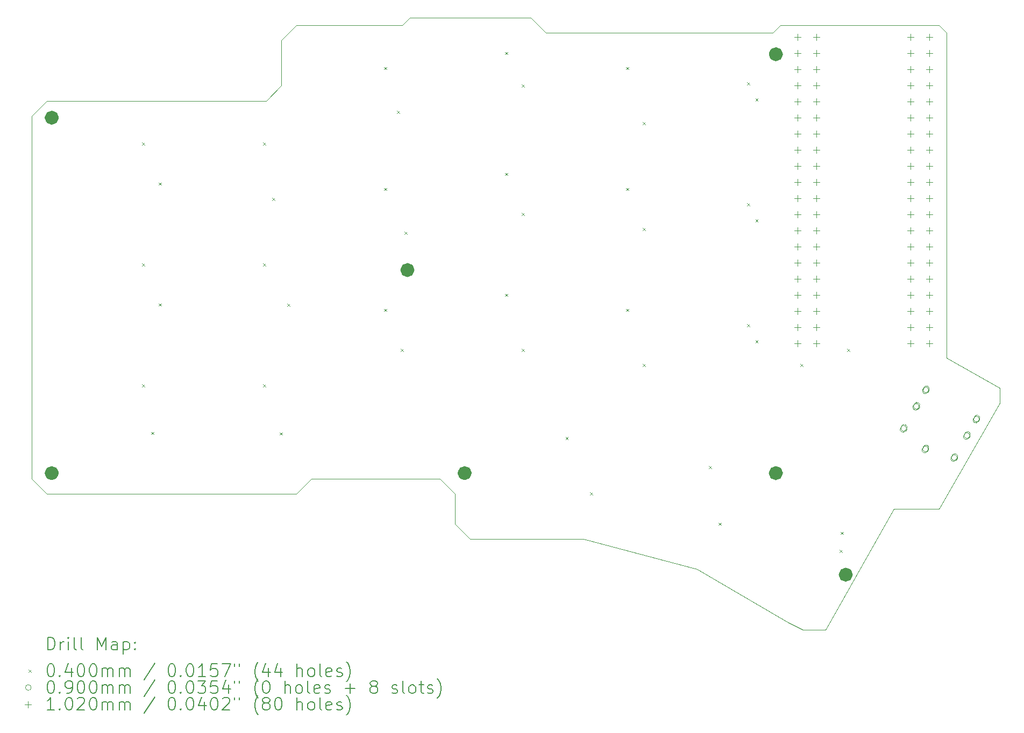
<source format=gbr>
%TF.GenerationSoftware,KiCad,Pcbnew,8.0.4*%
%TF.CreationDate,2024-09-23T05:23:03+03:00*%
%TF.ProjectId,muikku42,6d75696b-6b75-4343-922e-6b696361645f,rev?*%
%TF.SameCoordinates,Original*%
%TF.FileFunction,Drillmap*%
%TF.FilePolarity,Positive*%
%FSLAX45Y45*%
G04 Gerber Fmt 4.5, Leading zero omitted, Abs format (unit mm)*
G04 Created by KiCad (PCBNEW 8.0.4) date 2024-09-23 05:23:03*
%MOMM*%
%LPD*%
G01*
G04 APERTURE LIST*
%ADD10C,0.100000*%
%ADD11C,1.125000*%
%ADD12C,1.125001*%
%ADD13C,0.200000*%
%ADD14C,0.102000*%
G04 APERTURE END LIST*
D10*
X15478125Y-4762500D02*
X19050000Y-4762500D01*
X19169063Y-4643438D01*
X21669375Y-4643438D01*
X21788438Y-4762500D01*
X21788438Y-9882188D01*
X22621875Y-10358438D01*
X22621875Y-10596563D01*
X21669375Y-12263437D01*
X20955000Y-12263437D01*
X19883438Y-14168437D01*
X19526250Y-14168437D01*
X19288125Y-14049375D01*
X17859375Y-13215937D01*
X16073437Y-12739687D01*
X14287500Y-12739687D01*
X14049375Y-12501562D01*
X14049375Y-12025312D01*
X13811250Y-11787187D01*
X11787187Y-11787187D01*
X11549062Y-12025312D01*
X11310937Y-12025312D01*
X11191875Y-12025312D01*
X7620000Y-12025312D01*
X7381875Y-11787187D01*
X7381875Y-6072187D01*
X7620000Y-5834062D01*
X11072813Y-5834062D01*
X11310937Y-5595937D01*
X11310937Y-4881563D01*
X11549062Y-4643438D01*
X13215937Y-4643438D01*
X13335000Y-4524375D01*
X15240000Y-4524375D01*
X15478125Y-4762500D01*
D11*
X14256250Y-11700000D02*
G75*
G02*
X14143750Y-11700000I-56250J0D01*
G01*
X14143750Y-11700000D02*
G75*
G02*
X14256250Y-11700000I56250J0D01*
G01*
X20256250Y-13300000D02*
G75*
G02*
X20143750Y-13300000I-56250J0D01*
G01*
X20143750Y-13300000D02*
G75*
G02*
X20256250Y-13300000I56250J0D01*
G01*
X19156250Y-11700000D02*
G75*
G02*
X19043750Y-11700000I-56250J0D01*
G01*
X19043750Y-11700000D02*
G75*
G02*
X19156250Y-11700000I56250J0D01*
G01*
D12*
X7756250Y-11700000D02*
G75*
G02*
X7643750Y-11700000I-56250J0D01*
G01*
X7643750Y-11700000D02*
G75*
G02*
X7756250Y-11700000I56250J0D01*
G01*
D11*
X19156250Y-5100000D02*
G75*
G02*
X19043750Y-5100000I-56250J0D01*
G01*
X19043750Y-5100000D02*
G75*
G02*
X19156250Y-5100000I56250J0D01*
G01*
X7756250Y-6100000D02*
G75*
G02*
X7643750Y-6100000I-56250J0D01*
G01*
X7643750Y-6100000D02*
G75*
G02*
X7756250Y-6100000I56250J0D01*
G01*
X13356250Y-8500000D02*
G75*
G02*
X13243750Y-8500000I-56250J0D01*
G01*
X13243750Y-8500000D02*
G75*
G02*
X13356250Y-8500000I56250J0D01*
G01*
D13*
D10*
X9122500Y-6492687D02*
X9162500Y-6532687D01*
X9162500Y-6492687D02*
X9122500Y-6532687D01*
X9122500Y-8397688D02*
X9162500Y-8437688D01*
X9162500Y-8397688D02*
X9122500Y-8437688D01*
X9122500Y-10302688D02*
X9162500Y-10342688D01*
X9162500Y-10302688D02*
X9122500Y-10342688D01*
X9264125Y-11050063D02*
X9304125Y-11090063D01*
X9304125Y-11050063D02*
X9264125Y-11090063D01*
X9383188Y-7121000D02*
X9423188Y-7161000D01*
X9423188Y-7121000D02*
X9383188Y-7161000D01*
X9383188Y-9026000D02*
X9423188Y-9066000D01*
X9423188Y-9026000D02*
X9383188Y-9066000D01*
X11027500Y-6492687D02*
X11067500Y-6532687D01*
X11067500Y-6492687D02*
X11027500Y-6532687D01*
X11027500Y-8397688D02*
X11067500Y-8437688D01*
X11067500Y-8397688D02*
X11027500Y-8437688D01*
X11027500Y-10302688D02*
X11067500Y-10342688D01*
X11067500Y-10302688D02*
X11027500Y-10342688D01*
X11170821Y-7360821D02*
X11210821Y-7400821D01*
X11210821Y-7360821D02*
X11170821Y-7400821D01*
X11286562Y-11057188D02*
X11326562Y-11097188D01*
X11326562Y-11057188D02*
X11286562Y-11097188D01*
X11410000Y-9028750D02*
X11450000Y-9068750D01*
X11450000Y-9028750D02*
X11410000Y-9068750D01*
X12932500Y-5302063D02*
X12972500Y-5342063D01*
X12972500Y-5302063D02*
X12932500Y-5342063D01*
X12932500Y-7207062D02*
X12972500Y-7247062D01*
X12972500Y-7207062D02*
X12932500Y-7247062D01*
X12932500Y-9112063D02*
X12972500Y-9152063D01*
X12972500Y-9112063D02*
X12932500Y-9152063D01*
X13136406Y-5992656D02*
X13176406Y-6032656D01*
X13176406Y-5992656D02*
X13136406Y-6032656D01*
X13195937Y-9743125D02*
X13235937Y-9783125D01*
X13235937Y-9743125D02*
X13195937Y-9783125D01*
X13255469Y-7897656D02*
X13295469Y-7937656D01*
X13295469Y-7897656D02*
X13255469Y-7937656D01*
X14837500Y-5063938D02*
X14877500Y-5103938D01*
X14877500Y-5063938D02*
X14837500Y-5103938D01*
X14837500Y-6968937D02*
X14877500Y-7008937D01*
X14877500Y-6968937D02*
X14837500Y-7008937D01*
X14837500Y-8873938D02*
X14877500Y-8913938D01*
X14877500Y-8873938D02*
X14837500Y-8913938D01*
X15098187Y-9740375D02*
X15138187Y-9780375D01*
X15138187Y-9740375D02*
X15098187Y-9780375D01*
X15100937Y-5575938D02*
X15140937Y-5615937D01*
X15140937Y-5575938D02*
X15100937Y-5615937D01*
X15100937Y-7600000D02*
X15140937Y-7640000D01*
X15140937Y-7600000D02*
X15100937Y-7640000D01*
X15790000Y-11129375D02*
X15830000Y-11169375D01*
X15830000Y-11129375D02*
X15790000Y-11169375D01*
X16172500Y-12005312D02*
X16212500Y-12045312D01*
X16212500Y-12005312D02*
X16172500Y-12045312D01*
X16742500Y-5302063D02*
X16782500Y-5342063D01*
X16782500Y-5302063D02*
X16742500Y-5342063D01*
X16742500Y-7207062D02*
X16782500Y-7247062D01*
X16782500Y-7207062D02*
X16742500Y-7247062D01*
X16742500Y-9112063D02*
X16782500Y-9152063D01*
X16782500Y-9112063D02*
X16742500Y-9152063D01*
X17003188Y-6168500D02*
X17043188Y-6208500D01*
X17043188Y-6168500D02*
X17003188Y-6208500D01*
X17005938Y-7838125D02*
X17045938Y-7878125D01*
X17045938Y-7838125D02*
X17005938Y-7878125D01*
X17005938Y-9981250D02*
X17045938Y-10021250D01*
X17045938Y-9981250D02*
X17005938Y-10021250D01*
X18046218Y-11585785D02*
X18086218Y-11625785D01*
X18086218Y-11585785D02*
X18046218Y-11625785D01*
X18196563Y-12481562D02*
X18236563Y-12521562D01*
X18236563Y-12481562D02*
X18196563Y-12521562D01*
X18647500Y-5540188D02*
X18687500Y-5580188D01*
X18687500Y-5540188D02*
X18647500Y-5580188D01*
X18647500Y-7445187D02*
X18687500Y-7485187D01*
X18687500Y-7445187D02*
X18647500Y-7485187D01*
X18647500Y-9350188D02*
X18687500Y-9390188D01*
X18687500Y-9350188D02*
X18647500Y-9390188D01*
X18777500Y-5794187D02*
X18817500Y-5834187D01*
X18817500Y-5794187D02*
X18777500Y-5834187D01*
X18777500Y-7699187D02*
X18817500Y-7739187D01*
X18817500Y-7699187D02*
X18777500Y-7739187D01*
X18777500Y-9604188D02*
X18817500Y-9644188D01*
X18817500Y-9604188D02*
X18777500Y-9644188D01*
X19486146Y-9979687D02*
X19526146Y-10019687D01*
X19526146Y-9979687D02*
X19486146Y-10019687D01*
X20106468Y-12909378D02*
X20146468Y-12949378D01*
X20146468Y-12909378D02*
X20106468Y-12949378D01*
X20120885Y-12624407D02*
X20160885Y-12664407D01*
X20160885Y-12624407D02*
X20120885Y-12664407D01*
X20220625Y-9743125D02*
X20260625Y-9783125D01*
X20260625Y-9743125D02*
X20220625Y-9783125D01*
X21155814Y-10993564D02*
G75*
G02*
X21065814Y-10993564I-45000J0D01*
G01*
X21065814Y-10993564D02*
G75*
G02*
X21155814Y-10993564I45000J0D01*
G01*
X21139785Y-11033385D02*
X21159785Y-10998744D01*
X21081843Y-10953744D02*
G75*
G02*
X21159785Y-10998744I38971J-22500D01*
G01*
X21081843Y-10953744D02*
X21061843Y-10988385D01*
X21061843Y-10988385D02*
G75*
G03*
X21139785Y-11033385I38971J-22500D01*
G01*
X21355814Y-10647154D02*
G75*
G02*
X21265814Y-10647154I-45000J0D01*
G01*
X21265814Y-10647154D02*
G75*
G02*
X21355814Y-10647154I45000J0D01*
G01*
X21339785Y-10686974D02*
X21359785Y-10652333D01*
X21281843Y-10607333D02*
G75*
G02*
X21359785Y-10652333I38971J-22500D01*
G01*
X21281843Y-10607333D02*
X21261843Y-10641974D01*
X21261843Y-10641974D02*
G75*
G03*
X21339785Y-10686974I38971J-22500D01*
G01*
X21499186Y-11318827D02*
G75*
G02*
X21409186Y-11318827I-45000J0D01*
G01*
X21409186Y-11318827D02*
G75*
G02*
X21499186Y-11318827I45000J0D01*
G01*
X21425215Y-11279006D02*
X21405215Y-11313647D01*
X21483157Y-11358647D02*
G75*
G02*
X21405215Y-11313647I-38971J22500D01*
G01*
X21483157Y-11358647D02*
X21503157Y-11324006D01*
X21503157Y-11324006D02*
G75*
G03*
X21425215Y-11279006I-38971J22500D01*
G01*
X21499186Y-11318827D02*
G75*
G02*
X21409186Y-11318827I-45000J0D01*
G01*
X21409186Y-11318827D02*
G75*
G02*
X21499186Y-11318827I45000J0D01*
G01*
X21483157Y-11358647D02*
X21503157Y-11324006D01*
X21425215Y-11279006D02*
G75*
G02*
X21503157Y-11324006I38971J-22500D01*
G01*
X21425215Y-11279006D02*
X21405215Y-11313647D01*
X21405215Y-11313647D02*
G75*
G03*
X21483157Y-11358647I38971J-22500D01*
G01*
X21505814Y-10387346D02*
G75*
G02*
X21415814Y-10387346I-45000J0D01*
G01*
X21415814Y-10387346D02*
G75*
G02*
X21505814Y-10387346I45000J0D01*
G01*
X21489785Y-10427167D02*
X21509785Y-10392526D01*
X21431843Y-10347526D02*
G75*
G02*
X21509785Y-10392526I38971J-22500D01*
G01*
X21431843Y-10347526D02*
X21411843Y-10382167D01*
X21411843Y-10382167D02*
G75*
G03*
X21489785Y-10427167I38971J-22500D01*
G01*
X21952558Y-11453564D02*
G75*
G02*
X21862558Y-11453564I-45000J0D01*
G01*
X21862558Y-11453564D02*
G75*
G02*
X21952558Y-11453564I45000J0D01*
G01*
X21878586Y-11413744D02*
X21858586Y-11448385D01*
X21936529Y-11493385D02*
G75*
G02*
X21858586Y-11448385I-38971J22500D01*
G01*
X21936529Y-11493385D02*
X21956529Y-11458744D01*
X21956529Y-11458744D02*
G75*
G03*
X21878586Y-11413744I-38971J22500D01*
G01*
X22152557Y-11107154D02*
G75*
G02*
X22062557Y-11107154I-45000J0D01*
G01*
X22062557Y-11107154D02*
G75*
G02*
X22152557Y-11107154I45000J0D01*
G01*
X22078586Y-11067333D02*
X22058586Y-11101974D01*
X22136529Y-11146974D02*
G75*
G02*
X22058586Y-11101974I-38971J22500D01*
G01*
X22136529Y-11146974D02*
X22156529Y-11112333D01*
X22156529Y-11112333D02*
G75*
G03*
X22078586Y-11067333I-38971J22500D01*
G01*
X22302557Y-10847346D02*
G75*
G02*
X22212557Y-10847346I-45000J0D01*
G01*
X22212557Y-10847346D02*
G75*
G02*
X22302557Y-10847346I45000J0D01*
G01*
X22228586Y-10807526D02*
X22208586Y-10842167D01*
X22286529Y-10887167D02*
G75*
G02*
X22208586Y-10842167I-38971J22500D01*
G01*
X22286529Y-10887167D02*
X22306529Y-10852526D01*
X22306529Y-10852526D02*
G75*
G03*
X22228586Y-10807526I-38971J22500D01*
G01*
D14*
X19439750Y-4775000D02*
X19439750Y-4877000D01*
X19388750Y-4826000D02*
X19490750Y-4826000D01*
X19439750Y-5029000D02*
X19439750Y-5131000D01*
X19388750Y-5080000D02*
X19490750Y-5080000D01*
X19439750Y-5283000D02*
X19439750Y-5385000D01*
X19388750Y-5334000D02*
X19490750Y-5334000D01*
X19439750Y-5537000D02*
X19439750Y-5639000D01*
X19388750Y-5588000D02*
X19490750Y-5588000D01*
X19439750Y-5791000D02*
X19439750Y-5893000D01*
X19388750Y-5842000D02*
X19490750Y-5842000D01*
X19439750Y-6045000D02*
X19439750Y-6147000D01*
X19388750Y-6096000D02*
X19490750Y-6096000D01*
X19439750Y-6299000D02*
X19439750Y-6401000D01*
X19388750Y-6350000D02*
X19490750Y-6350000D01*
X19439750Y-6553000D02*
X19439750Y-6655000D01*
X19388750Y-6604000D02*
X19490750Y-6604000D01*
X19439750Y-6807000D02*
X19439750Y-6909000D01*
X19388750Y-6858000D02*
X19490750Y-6858000D01*
X19439750Y-7061000D02*
X19439750Y-7163000D01*
X19388750Y-7112000D02*
X19490750Y-7112000D01*
X19439750Y-7315000D02*
X19439750Y-7417000D01*
X19388750Y-7366000D02*
X19490750Y-7366000D01*
X19439750Y-7569000D02*
X19439750Y-7671000D01*
X19388750Y-7620000D02*
X19490750Y-7620000D01*
X19439750Y-7823000D02*
X19439750Y-7925000D01*
X19388750Y-7874000D02*
X19490750Y-7874000D01*
X19439750Y-8077000D02*
X19439750Y-8179000D01*
X19388750Y-8128000D02*
X19490750Y-8128000D01*
X19439750Y-8331000D02*
X19439750Y-8433000D01*
X19388750Y-8382000D02*
X19490750Y-8382000D01*
X19439750Y-8585000D02*
X19439750Y-8687000D01*
X19388750Y-8636000D02*
X19490750Y-8636000D01*
X19439750Y-8839000D02*
X19439750Y-8941000D01*
X19388750Y-8890000D02*
X19490750Y-8890000D01*
X19439750Y-9093000D02*
X19439750Y-9195000D01*
X19388750Y-9144000D02*
X19490750Y-9144000D01*
X19439750Y-9347000D02*
X19439750Y-9449000D01*
X19388750Y-9398000D02*
X19490750Y-9398000D01*
X19439750Y-9601000D02*
X19439750Y-9703000D01*
X19388750Y-9652000D02*
X19490750Y-9652000D01*
X19739750Y-4775000D02*
X19739750Y-4877000D01*
X19688750Y-4826000D02*
X19790750Y-4826000D01*
X19739750Y-5029000D02*
X19739750Y-5131000D01*
X19688750Y-5080000D02*
X19790750Y-5080000D01*
X19739750Y-5283000D02*
X19739750Y-5385000D01*
X19688750Y-5334000D02*
X19790750Y-5334000D01*
X19739750Y-5537000D02*
X19739750Y-5639000D01*
X19688750Y-5588000D02*
X19790750Y-5588000D01*
X19739750Y-5791000D02*
X19739750Y-5893000D01*
X19688750Y-5842000D02*
X19790750Y-5842000D01*
X19739750Y-6045000D02*
X19739750Y-6147000D01*
X19688750Y-6096000D02*
X19790750Y-6096000D01*
X19739750Y-6299000D02*
X19739750Y-6401000D01*
X19688750Y-6350000D02*
X19790750Y-6350000D01*
X19739750Y-6553000D02*
X19739750Y-6655000D01*
X19688750Y-6604000D02*
X19790750Y-6604000D01*
X19739750Y-6807000D02*
X19739750Y-6909000D01*
X19688750Y-6858000D02*
X19790750Y-6858000D01*
X19739750Y-7061000D02*
X19739750Y-7163000D01*
X19688750Y-7112000D02*
X19790750Y-7112000D01*
X19739750Y-7315000D02*
X19739750Y-7417000D01*
X19688750Y-7366000D02*
X19790750Y-7366000D01*
X19739750Y-7569000D02*
X19739750Y-7671000D01*
X19688750Y-7620000D02*
X19790750Y-7620000D01*
X19739750Y-7823000D02*
X19739750Y-7925000D01*
X19688750Y-7874000D02*
X19790750Y-7874000D01*
X19739750Y-8077000D02*
X19739750Y-8179000D01*
X19688750Y-8128000D02*
X19790750Y-8128000D01*
X19739750Y-8331000D02*
X19739750Y-8433000D01*
X19688750Y-8382000D02*
X19790750Y-8382000D01*
X19739750Y-8585000D02*
X19739750Y-8687000D01*
X19688750Y-8636000D02*
X19790750Y-8636000D01*
X19739750Y-8839000D02*
X19739750Y-8941000D01*
X19688750Y-8890000D02*
X19790750Y-8890000D01*
X19739750Y-9093000D02*
X19739750Y-9195000D01*
X19688750Y-9144000D02*
X19790750Y-9144000D01*
X19739750Y-9347000D02*
X19739750Y-9449000D01*
X19688750Y-9398000D02*
X19790750Y-9398000D01*
X19739750Y-9601000D02*
X19739750Y-9703000D01*
X19688750Y-9652000D02*
X19790750Y-9652000D01*
X21217750Y-4775000D02*
X21217750Y-4877000D01*
X21166750Y-4826000D02*
X21268750Y-4826000D01*
X21217750Y-5029000D02*
X21217750Y-5131000D01*
X21166750Y-5080000D02*
X21268750Y-5080000D01*
X21217750Y-5283000D02*
X21217750Y-5385000D01*
X21166750Y-5334000D02*
X21268750Y-5334000D01*
X21217750Y-5537000D02*
X21217750Y-5639000D01*
X21166750Y-5588000D02*
X21268750Y-5588000D01*
X21217750Y-5791000D02*
X21217750Y-5893000D01*
X21166750Y-5842000D02*
X21268750Y-5842000D01*
X21217750Y-6045000D02*
X21217750Y-6147000D01*
X21166750Y-6096000D02*
X21268750Y-6096000D01*
X21217750Y-6299000D02*
X21217750Y-6401000D01*
X21166750Y-6350000D02*
X21268750Y-6350000D01*
X21217750Y-6553000D02*
X21217750Y-6655000D01*
X21166750Y-6604000D02*
X21268750Y-6604000D01*
X21217750Y-6807000D02*
X21217750Y-6909000D01*
X21166750Y-6858000D02*
X21268750Y-6858000D01*
X21217750Y-7061000D02*
X21217750Y-7163000D01*
X21166750Y-7112000D02*
X21268750Y-7112000D01*
X21217750Y-7315000D02*
X21217750Y-7417000D01*
X21166750Y-7366000D02*
X21268750Y-7366000D01*
X21217750Y-7569000D02*
X21217750Y-7671000D01*
X21166750Y-7620000D02*
X21268750Y-7620000D01*
X21217750Y-7823000D02*
X21217750Y-7925000D01*
X21166750Y-7874000D02*
X21268750Y-7874000D01*
X21217750Y-8077000D02*
X21217750Y-8179000D01*
X21166750Y-8128000D02*
X21268750Y-8128000D01*
X21217750Y-8331000D02*
X21217750Y-8433000D01*
X21166750Y-8382000D02*
X21268750Y-8382000D01*
X21217750Y-8585000D02*
X21217750Y-8687000D01*
X21166750Y-8636000D02*
X21268750Y-8636000D01*
X21217750Y-8839000D02*
X21217750Y-8941000D01*
X21166750Y-8890000D02*
X21268750Y-8890000D01*
X21217750Y-9093000D02*
X21217750Y-9195000D01*
X21166750Y-9144000D02*
X21268750Y-9144000D01*
X21217750Y-9347000D02*
X21217750Y-9449000D01*
X21166750Y-9398000D02*
X21268750Y-9398000D01*
X21217750Y-9601000D02*
X21217750Y-9703000D01*
X21166750Y-9652000D02*
X21268750Y-9652000D01*
X21517750Y-4775000D02*
X21517750Y-4877000D01*
X21466750Y-4826000D02*
X21568750Y-4826000D01*
X21517750Y-5029000D02*
X21517750Y-5131000D01*
X21466750Y-5080000D02*
X21568750Y-5080000D01*
X21517750Y-5283000D02*
X21517750Y-5385000D01*
X21466750Y-5334000D02*
X21568750Y-5334000D01*
X21517750Y-5537000D02*
X21517750Y-5639000D01*
X21466750Y-5588000D02*
X21568750Y-5588000D01*
X21517750Y-5791000D02*
X21517750Y-5893000D01*
X21466750Y-5842000D02*
X21568750Y-5842000D01*
X21517750Y-6045000D02*
X21517750Y-6147000D01*
X21466750Y-6096000D02*
X21568750Y-6096000D01*
X21517750Y-6299000D02*
X21517750Y-6401000D01*
X21466750Y-6350000D02*
X21568750Y-6350000D01*
X21517750Y-6553000D02*
X21517750Y-6655000D01*
X21466750Y-6604000D02*
X21568750Y-6604000D01*
X21517750Y-6807000D02*
X21517750Y-6909000D01*
X21466750Y-6858000D02*
X21568750Y-6858000D01*
X21517750Y-7061000D02*
X21517750Y-7163000D01*
X21466750Y-7112000D02*
X21568750Y-7112000D01*
X21517750Y-7315000D02*
X21517750Y-7417000D01*
X21466750Y-7366000D02*
X21568750Y-7366000D01*
X21517750Y-7569000D02*
X21517750Y-7671000D01*
X21466750Y-7620000D02*
X21568750Y-7620000D01*
X21517750Y-7823000D02*
X21517750Y-7925000D01*
X21466750Y-7874000D02*
X21568750Y-7874000D01*
X21517750Y-8077000D02*
X21517750Y-8179000D01*
X21466750Y-8128000D02*
X21568750Y-8128000D01*
X21517750Y-8331000D02*
X21517750Y-8433000D01*
X21466750Y-8382000D02*
X21568750Y-8382000D01*
X21517750Y-8585000D02*
X21517750Y-8687000D01*
X21466750Y-8636000D02*
X21568750Y-8636000D01*
X21517750Y-8839000D02*
X21517750Y-8941000D01*
X21466750Y-8890000D02*
X21568750Y-8890000D01*
X21517750Y-9093000D02*
X21517750Y-9195000D01*
X21466750Y-9144000D02*
X21568750Y-9144000D01*
X21517750Y-9347000D02*
X21517750Y-9449000D01*
X21466750Y-9398000D02*
X21568750Y-9398000D01*
X21517750Y-9601000D02*
X21517750Y-9703000D01*
X21466750Y-9652000D02*
X21568750Y-9652000D01*
D13*
X7637652Y-14484921D02*
X7637652Y-14284921D01*
X7637652Y-14284921D02*
X7685271Y-14284921D01*
X7685271Y-14284921D02*
X7713842Y-14294445D01*
X7713842Y-14294445D02*
X7732890Y-14313493D01*
X7732890Y-14313493D02*
X7742414Y-14332540D01*
X7742414Y-14332540D02*
X7751937Y-14370635D01*
X7751937Y-14370635D02*
X7751937Y-14399207D01*
X7751937Y-14399207D02*
X7742414Y-14437302D01*
X7742414Y-14437302D02*
X7732890Y-14456350D01*
X7732890Y-14456350D02*
X7713842Y-14475397D01*
X7713842Y-14475397D02*
X7685271Y-14484921D01*
X7685271Y-14484921D02*
X7637652Y-14484921D01*
X7837652Y-14484921D02*
X7837652Y-14351588D01*
X7837652Y-14389683D02*
X7847176Y-14370635D01*
X7847176Y-14370635D02*
X7856699Y-14361112D01*
X7856699Y-14361112D02*
X7875747Y-14351588D01*
X7875747Y-14351588D02*
X7894795Y-14351588D01*
X7961461Y-14484921D02*
X7961461Y-14351588D01*
X7961461Y-14284921D02*
X7951937Y-14294445D01*
X7951937Y-14294445D02*
X7961461Y-14303969D01*
X7961461Y-14303969D02*
X7970985Y-14294445D01*
X7970985Y-14294445D02*
X7961461Y-14284921D01*
X7961461Y-14284921D02*
X7961461Y-14303969D01*
X8085271Y-14484921D02*
X8066223Y-14475397D01*
X8066223Y-14475397D02*
X8056699Y-14456350D01*
X8056699Y-14456350D02*
X8056699Y-14284921D01*
X8190033Y-14484921D02*
X8170985Y-14475397D01*
X8170985Y-14475397D02*
X8161461Y-14456350D01*
X8161461Y-14456350D02*
X8161461Y-14284921D01*
X8418604Y-14484921D02*
X8418604Y-14284921D01*
X8418604Y-14284921D02*
X8485271Y-14427778D01*
X8485271Y-14427778D02*
X8551938Y-14284921D01*
X8551938Y-14284921D02*
X8551938Y-14484921D01*
X8732890Y-14484921D02*
X8732890Y-14380159D01*
X8732890Y-14380159D02*
X8723366Y-14361112D01*
X8723366Y-14361112D02*
X8704319Y-14351588D01*
X8704319Y-14351588D02*
X8666223Y-14351588D01*
X8666223Y-14351588D02*
X8647176Y-14361112D01*
X8732890Y-14475397D02*
X8713842Y-14484921D01*
X8713842Y-14484921D02*
X8666223Y-14484921D01*
X8666223Y-14484921D02*
X8647176Y-14475397D01*
X8647176Y-14475397D02*
X8637652Y-14456350D01*
X8637652Y-14456350D02*
X8637652Y-14437302D01*
X8637652Y-14437302D02*
X8647176Y-14418255D01*
X8647176Y-14418255D02*
X8666223Y-14408731D01*
X8666223Y-14408731D02*
X8713842Y-14408731D01*
X8713842Y-14408731D02*
X8732890Y-14399207D01*
X8828128Y-14351588D02*
X8828128Y-14551588D01*
X8828128Y-14361112D02*
X8847176Y-14351588D01*
X8847176Y-14351588D02*
X8885271Y-14351588D01*
X8885271Y-14351588D02*
X8904319Y-14361112D01*
X8904319Y-14361112D02*
X8913842Y-14370635D01*
X8913842Y-14370635D02*
X8923366Y-14389683D01*
X8923366Y-14389683D02*
X8923366Y-14446826D01*
X8923366Y-14446826D02*
X8913842Y-14465874D01*
X8913842Y-14465874D02*
X8904319Y-14475397D01*
X8904319Y-14475397D02*
X8885271Y-14484921D01*
X8885271Y-14484921D02*
X8847176Y-14484921D01*
X8847176Y-14484921D02*
X8828128Y-14475397D01*
X9009080Y-14465874D02*
X9018604Y-14475397D01*
X9018604Y-14475397D02*
X9009080Y-14484921D01*
X9009080Y-14484921D02*
X8999557Y-14475397D01*
X8999557Y-14475397D02*
X9009080Y-14465874D01*
X9009080Y-14465874D02*
X9009080Y-14484921D01*
X9009080Y-14361112D02*
X9018604Y-14370635D01*
X9018604Y-14370635D02*
X9009080Y-14380159D01*
X9009080Y-14380159D02*
X8999557Y-14370635D01*
X8999557Y-14370635D02*
X9009080Y-14361112D01*
X9009080Y-14361112D02*
X9009080Y-14380159D01*
D10*
X7336875Y-14793437D02*
X7376875Y-14833437D01*
X7376875Y-14793437D02*
X7336875Y-14833437D01*
D13*
X7675747Y-14704921D02*
X7694795Y-14704921D01*
X7694795Y-14704921D02*
X7713842Y-14714445D01*
X7713842Y-14714445D02*
X7723366Y-14723969D01*
X7723366Y-14723969D02*
X7732890Y-14743016D01*
X7732890Y-14743016D02*
X7742414Y-14781112D01*
X7742414Y-14781112D02*
X7742414Y-14828731D01*
X7742414Y-14828731D02*
X7732890Y-14866826D01*
X7732890Y-14866826D02*
X7723366Y-14885874D01*
X7723366Y-14885874D02*
X7713842Y-14895397D01*
X7713842Y-14895397D02*
X7694795Y-14904921D01*
X7694795Y-14904921D02*
X7675747Y-14904921D01*
X7675747Y-14904921D02*
X7656699Y-14895397D01*
X7656699Y-14895397D02*
X7647176Y-14885874D01*
X7647176Y-14885874D02*
X7637652Y-14866826D01*
X7637652Y-14866826D02*
X7628128Y-14828731D01*
X7628128Y-14828731D02*
X7628128Y-14781112D01*
X7628128Y-14781112D02*
X7637652Y-14743016D01*
X7637652Y-14743016D02*
X7647176Y-14723969D01*
X7647176Y-14723969D02*
X7656699Y-14714445D01*
X7656699Y-14714445D02*
X7675747Y-14704921D01*
X7828128Y-14885874D02*
X7837652Y-14895397D01*
X7837652Y-14895397D02*
X7828128Y-14904921D01*
X7828128Y-14904921D02*
X7818604Y-14895397D01*
X7818604Y-14895397D02*
X7828128Y-14885874D01*
X7828128Y-14885874D02*
X7828128Y-14904921D01*
X8009080Y-14771588D02*
X8009080Y-14904921D01*
X7961461Y-14695397D02*
X7913842Y-14838255D01*
X7913842Y-14838255D02*
X8037652Y-14838255D01*
X8151937Y-14704921D02*
X8170985Y-14704921D01*
X8170985Y-14704921D02*
X8190033Y-14714445D01*
X8190033Y-14714445D02*
X8199557Y-14723969D01*
X8199557Y-14723969D02*
X8209080Y-14743016D01*
X8209080Y-14743016D02*
X8218604Y-14781112D01*
X8218604Y-14781112D02*
X8218604Y-14828731D01*
X8218604Y-14828731D02*
X8209080Y-14866826D01*
X8209080Y-14866826D02*
X8199557Y-14885874D01*
X8199557Y-14885874D02*
X8190033Y-14895397D01*
X8190033Y-14895397D02*
X8170985Y-14904921D01*
X8170985Y-14904921D02*
X8151937Y-14904921D01*
X8151937Y-14904921D02*
X8132890Y-14895397D01*
X8132890Y-14895397D02*
X8123366Y-14885874D01*
X8123366Y-14885874D02*
X8113842Y-14866826D01*
X8113842Y-14866826D02*
X8104318Y-14828731D01*
X8104318Y-14828731D02*
X8104318Y-14781112D01*
X8104318Y-14781112D02*
X8113842Y-14743016D01*
X8113842Y-14743016D02*
X8123366Y-14723969D01*
X8123366Y-14723969D02*
X8132890Y-14714445D01*
X8132890Y-14714445D02*
X8151937Y-14704921D01*
X8342414Y-14704921D02*
X8361461Y-14704921D01*
X8361461Y-14704921D02*
X8380509Y-14714445D01*
X8380509Y-14714445D02*
X8390033Y-14723969D01*
X8390033Y-14723969D02*
X8399557Y-14743016D01*
X8399557Y-14743016D02*
X8409080Y-14781112D01*
X8409080Y-14781112D02*
X8409080Y-14828731D01*
X8409080Y-14828731D02*
X8399557Y-14866826D01*
X8399557Y-14866826D02*
X8390033Y-14885874D01*
X8390033Y-14885874D02*
X8380509Y-14895397D01*
X8380509Y-14895397D02*
X8361461Y-14904921D01*
X8361461Y-14904921D02*
X8342414Y-14904921D01*
X8342414Y-14904921D02*
X8323366Y-14895397D01*
X8323366Y-14895397D02*
X8313842Y-14885874D01*
X8313842Y-14885874D02*
X8304318Y-14866826D01*
X8304318Y-14866826D02*
X8294795Y-14828731D01*
X8294795Y-14828731D02*
X8294795Y-14781112D01*
X8294795Y-14781112D02*
X8304318Y-14743016D01*
X8304318Y-14743016D02*
X8313842Y-14723969D01*
X8313842Y-14723969D02*
X8323366Y-14714445D01*
X8323366Y-14714445D02*
X8342414Y-14704921D01*
X8494795Y-14904921D02*
X8494795Y-14771588D01*
X8494795Y-14790635D02*
X8504319Y-14781112D01*
X8504319Y-14781112D02*
X8523366Y-14771588D01*
X8523366Y-14771588D02*
X8551938Y-14771588D01*
X8551938Y-14771588D02*
X8570985Y-14781112D01*
X8570985Y-14781112D02*
X8580509Y-14800159D01*
X8580509Y-14800159D02*
X8580509Y-14904921D01*
X8580509Y-14800159D02*
X8590033Y-14781112D01*
X8590033Y-14781112D02*
X8609080Y-14771588D01*
X8609080Y-14771588D02*
X8637652Y-14771588D01*
X8637652Y-14771588D02*
X8656700Y-14781112D01*
X8656700Y-14781112D02*
X8666223Y-14800159D01*
X8666223Y-14800159D02*
X8666223Y-14904921D01*
X8761461Y-14904921D02*
X8761461Y-14771588D01*
X8761461Y-14790635D02*
X8770985Y-14781112D01*
X8770985Y-14781112D02*
X8790033Y-14771588D01*
X8790033Y-14771588D02*
X8818604Y-14771588D01*
X8818604Y-14771588D02*
X8837652Y-14781112D01*
X8837652Y-14781112D02*
X8847176Y-14800159D01*
X8847176Y-14800159D02*
X8847176Y-14904921D01*
X8847176Y-14800159D02*
X8856700Y-14781112D01*
X8856700Y-14781112D02*
X8875747Y-14771588D01*
X8875747Y-14771588D02*
X8904319Y-14771588D01*
X8904319Y-14771588D02*
X8923366Y-14781112D01*
X8923366Y-14781112D02*
X8932890Y-14800159D01*
X8932890Y-14800159D02*
X8932890Y-14904921D01*
X9323366Y-14695397D02*
X9151938Y-14952540D01*
X9580509Y-14704921D02*
X9599557Y-14704921D01*
X9599557Y-14704921D02*
X9618604Y-14714445D01*
X9618604Y-14714445D02*
X9628128Y-14723969D01*
X9628128Y-14723969D02*
X9637652Y-14743016D01*
X9637652Y-14743016D02*
X9647176Y-14781112D01*
X9647176Y-14781112D02*
X9647176Y-14828731D01*
X9647176Y-14828731D02*
X9637652Y-14866826D01*
X9637652Y-14866826D02*
X9628128Y-14885874D01*
X9628128Y-14885874D02*
X9618604Y-14895397D01*
X9618604Y-14895397D02*
X9599557Y-14904921D01*
X9599557Y-14904921D02*
X9580509Y-14904921D01*
X9580509Y-14904921D02*
X9561462Y-14895397D01*
X9561462Y-14895397D02*
X9551938Y-14885874D01*
X9551938Y-14885874D02*
X9542414Y-14866826D01*
X9542414Y-14866826D02*
X9532890Y-14828731D01*
X9532890Y-14828731D02*
X9532890Y-14781112D01*
X9532890Y-14781112D02*
X9542414Y-14743016D01*
X9542414Y-14743016D02*
X9551938Y-14723969D01*
X9551938Y-14723969D02*
X9561462Y-14714445D01*
X9561462Y-14714445D02*
X9580509Y-14704921D01*
X9732890Y-14885874D02*
X9742414Y-14895397D01*
X9742414Y-14895397D02*
X9732890Y-14904921D01*
X9732890Y-14904921D02*
X9723366Y-14895397D01*
X9723366Y-14895397D02*
X9732890Y-14885874D01*
X9732890Y-14885874D02*
X9732890Y-14904921D01*
X9866223Y-14704921D02*
X9885271Y-14704921D01*
X9885271Y-14704921D02*
X9904319Y-14714445D01*
X9904319Y-14714445D02*
X9913843Y-14723969D01*
X9913843Y-14723969D02*
X9923366Y-14743016D01*
X9923366Y-14743016D02*
X9932890Y-14781112D01*
X9932890Y-14781112D02*
X9932890Y-14828731D01*
X9932890Y-14828731D02*
X9923366Y-14866826D01*
X9923366Y-14866826D02*
X9913843Y-14885874D01*
X9913843Y-14885874D02*
X9904319Y-14895397D01*
X9904319Y-14895397D02*
X9885271Y-14904921D01*
X9885271Y-14904921D02*
X9866223Y-14904921D01*
X9866223Y-14904921D02*
X9847176Y-14895397D01*
X9847176Y-14895397D02*
X9837652Y-14885874D01*
X9837652Y-14885874D02*
X9828128Y-14866826D01*
X9828128Y-14866826D02*
X9818604Y-14828731D01*
X9818604Y-14828731D02*
X9818604Y-14781112D01*
X9818604Y-14781112D02*
X9828128Y-14743016D01*
X9828128Y-14743016D02*
X9837652Y-14723969D01*
X9837652Y-14723969D02*
X9847176Y-14714445D01*
X9847176Y-14714445D02*
X9866223Y-14704921D01*
X10123366Y-14904921D02*
X10009081Y-14904921D01*
X10066223Y-14904921D02*
X10066223Y-14704921D01*
X10066223Y-14704921D02*
X10047176Y-14733493D01*
X10047176Y-14733493D02*
X10028128Y-14752540D01*
X10028128Y-14752540D02*
X10009081Y-14762064D01*
X10304319Y-14704921D02*
X10209081Y-14704921D01*
X10209081Y-14704921D02*
X10199557Y-14800159D01*
X10199557Y-14800159D02*
X10209081Y-14790635D01*
X10209081Y-14790635D02*
X10228128Y-14781112D01*
X10228128Y-14781112D02*
X10275747Y-14781112D01*
X10275747Y-14781112D02*
X10294795Y-14790635D01*
X10294795Y-14790635D02*
X10304319Y-14800159D01*
X10304319Y-14800159D02*
X10313843Y-14819207D01*
X10313843Y-14819207D02*
X10313843Y-14866826D01*
X10313843Y-14866826D02*
X10304319Y-14885874D01*
X10304319Y-14885874D02*
X10294795Y-14895397D01*
X10294795Y-14895397D02*
X10275747Y-14904921D01*
X10275747Y-14904921D02*
X10228128Y-14904921D01*
X10228128Y-14904921D02*
X10209081Y-14895397D01*
X10209081Y-14895397D02*
X10199557Y-14885874D01*
X10380509Y-14704921D02*
X10513843Y-14704921D01*
X10513843Y-14704921D02*
X10428128Y-14904921D01*
X10580509Y-14704921D02*
X10580509Y-14743016D01*
X10656700Y-14704921D02*
X10656700Y-14743016D01*
X10951938Y-14981112D02*
X10942414Y-14971588D01*
X10942414Y-14971588D02*
X10923366Y-14943016D01*
X10923366Y-14943016D02*
X10913843Y-14923969D01*
X10913843Y-14923969D02*
X10904319Y-14895397D01*
X10904319Y-14895397D02*
X10894795Y-14847778D01*
X10894795Y-14847778D02*
X10894795Y-14809683D01*
X10894795Y-14809683D02*
X10904319Y-14762064D01*
X10904319Y-14762064D02*
X10913843Y-14733493D01*
X10913843Y-14733493D02*
X10923366Y-14714445D01*
X10923366Y-14714445D02*
X10942414Y-14685874D01*
X10942414Y-14685874D02*
X10951938Y-14676350D01*
X11113843Y-14771588D02*
X11113843Y-14904921D01*
X11066224Y-14695397D02*
X11018605Y-14838255D01*
X11018605Y-14838255D02*
X11142414Y-14838255D01*
X11304319Y-14771588D02*
X11304319Y-14904921D01*
X11256700Y-14695397D02*
X11209081Y-14838255D01*
X11209081Y-14838255D02*
X11332890Y-14838255D01*
X11561462Y-14904921D02*
X11561462Y-14704921D01*
X11647176Y-14904921D02*
X11647176Y-14800159D01*
X11647176Y-14800159D02*
X11637652Y-14781112D01*
X11637652Y-14781112D02*
X11618605Y-14771588D01*
X11618605Y-14771588D02*
X11590033Y-14771588D01*
X11590033Y-14771588D02*
X11570985Y-14781112D01*
X11570985Y-14781112D02*
X11561462Y-14790635D01*
X11770985Y-14904921D02*
X11751938Y-14895397D01*
X11751938Y-14895397D02*
X11742414Y-14885874D01*
X11742414Y-14885874D02*
X11732890Y-14866826D01*
X11732890Y-14866826D02*
X11732890Y-14809683D01*
X11732890Y-14809683D02*
X11742414Y-14790635D01*
X11742414Y-14790635D02*
X11751938Y-14781112D01*
X11751938Y-14781112D02*
X11770985Y-14771588D01*
X11770985Y-14771588D02*
X11799557Y-14771588D01*
X11799557Y-14771588D02*
X11818605Y-14781112D01*
X11818605Y-14781112D02*
X11828128Y-14790635D01*
X11828128Y-14790635D02*
X11837652Y-14809683D01*
X11837652Y-14809683D02*
X11837652Y-14866826D01*
X11837652Y-14866826D02*
X11828128Y-14885874D01*
X11828128Y-14885874D02*
X11818605Y-14895397D01*
X11818605Y-14895397D02*
X11799557Y-14904921D01*
X11799557Y-14904921D02*
X11770985Y-14904921D01*
X11951938Y-14904921D02*
X11932890Y-14895397D01*
X11932890Y-14895397D02*
X11923366Y-14876350D01*
X11923366Y-14876350D02*
X11923366Y-14704921D01*
X12104319Y-14895397D02*
X12085271Y-14904921D01*
X12085271Y-14904921D02*
X12047176Y-14904921D01*
X12047176Y-14904921D02*
X12028128Y-14895397D01*
X12028128Y-14895397D02*
X12018605Y-14876350D01*
X12018605Y-14876350D02*
X12018605Y-14800159D01*
X12018605Y-14800159D02*
X12028128Y-14781112D01*
X12028128Y-14781112D02*
X12047176Y-14771588D01*
X12047176Y-14771588D02*
X12085271Y-14771588D01*
X12085271Y-14771588D02*
X12104319Y-14781112D01*
X12104319Y-14781112D02*
X12113843Y-14800159D01*
X12113843Y-14800159D02*
X12113843Y-14819207D01*
X12113843Y-14819207D02*
X12018605Y-14838255D01*
X12190033Y-14895397D02*
X12209081Y-14904921D01*
X12209081Y-14904921D02*
X12247176Y-14904921D01*
X12247176Y-14904921D02*
X12266224Y-14895397D01*
X12266224Y-14895397D02*
X12275747Y-14876350D01*
X12275747Y-14876350D02*
X12275747Y-14866826D01*
X12275747Y-14866826D02*
X12266224Y-14847778D01*
X12266224Y-14847778D02*
X12247176Y-14838255D01*
X12247176Y-14838255D02*
X12218605Y-14838255D01*
X12218605Y-14838255D02*
X12199557Y-14828731D01*
X12199557Y-14828731D02*
X12190033Y-14809683D01*
X12190033Y-14809683D02*
X12190033Y-14800159D01*
X12190033Y-14800159D02*
X12199557Y-14781112D01*
X12199557Y-14781112D02*
X12218605Y-14771588D01*
X12218605Y-14771588D02*
X12247176Y-14771588D01*
X12247176Y-14771588D02*
X12266224Y-14781112D01*
X12342414Y-14981112D02*
X12351938Y-14971588D01*
X12351938Y-14971588D02*
X12370986Y-14943016D01*
X12370986Y-14943016D02*
X12380509Y-14923969D01*
X12380509Y-14923969D02*
X12390033Y-14895397D01*
X12390033Y-14895397D02*
X12399557Y-14847778D01*
X12399557Y-14847778D02*
X12399557Y-14809683D01*
X12399557Y-14809683D02*
X12390033Y-14762064D01*
X12390033Y-14762064D02*
X12380509Y-14733493D01*
X12380509Y-14733493D02*
X12370986Y-14714445D01*
X12370986Y-14714445D02*
X12351938Y-14685874D01*
X12351938Y-14685874D02*
X12342414Y-14676350D01*
D10*
X7376875Y-15077437D02*
G75*
G02*
X7286875Y-15077437I-45000J0D01*
G01*
X7286875Y-15077437D02*
G75*
G02*
X7376875Y-15077437I45000J0D01*
G01*
D13*
X7675747Y-14968921D02*
X7694795Y-14968921D01*
X7694795Y-14968921D02*
X7713842Y-14978445D01*
X7713842Y-14978445D02*
X7723366Y-14987969D01*
X7723366Y-14987969D02*
X7732890Y-15007016D01*
X7732890Y-15007016D02*
X7742414Y-15045112D01*
X7742414Y-15045112D02*
X7742414Y-15092731D01*
X7742414Y-15092731D02*
X7732890Y-15130826D01*
X7732890Y-15130826D02*
X7723366Y-15149874D01*
X7723366Y-15149874D02*
X7713842Y-15159397D01*
X7713842Y-15159397D02*
X7694795Y-15168921D01*
X7694795Y-15168921D02*
X7675747Y-15168921D01*
X7675747Y-15168921D02*
X7656699Y-15159397D01*
X7656699Y-15159397D02*
X7647176Y-15149874D01*
X7647176Y-15149874D02*
X7637652Y-15130826D01*
X7637652Y-15130826D02*
X7628128Y-15092731D01*
X7628128Y-15092731D02*
X7628128Y-15045112D01*
X7628128Y-15045112D02*
X7637652Y-15007016D01*
X7637652Y-15007016D02*
X7647176Y-14987969D01*
X7647176Y-14987969D02*
X7656699Y-14978445D01*
X7656699Y-14978445D02*
X7675747Y-14968921D01*
X7828128Y-15149874D02*
X7837652Y-15159397D01*
X7837652Y-15159397D02*
X7828128Y-15168921D01*
X7828128Y-15168921D02*
X7818604Y-15159397D01*
X7818604Y-15159397D02*
X7828128Y-15149874D01*
X7828128Y-15149874D02*
X7828128Y-15168921D01*
X7932890Y-15168921D02*
X7970985Y-15168921D01*
X7970985Y-15168921D02*
X7990033Y-15159397D01*
X7990033Y-15159397D02*
X7999557Y-15149874D01*
X7999557Y-15149874D02*
X8018604Y-15121302D01*
X8018604Y-15121302D02*
X8028128Y-15083207D01*
X8028128Y-15083207D02*
X8028128Y-15007016D01*
X8028128Y-15007016D02*
X8018604Y-14987969D01*
X8018604Y-14987969D02*
X8009080Y-14978445D01*
X8009080Y-14978445D02*
X7990033Y-14968921D01*
X7990033Y-14968921D02*
X7951937Y-14968921D01*
X7951937Y-14968921D02*
X7932890Y-14978445D01*
X7932890Y-14978445D02*
X7923366Y-14987969D01*
X7923366Y-14987969D02*
X7913842Y-15007016D01*
X7913842Y-15007016D02*
X7913842Y-15054635D01*
X7913842Y-15054635D02*
X7923366Y-15073683D01*
X7923366Y-15073683D02*
X7932890Y-15083207D01*
X7932890Y-15083207D02*
X7951937Y-15092731D01*
X7951937Y-15092731D02*
X7990033Y-15092731D01*
X7990033Y-15092731D02*
X8009080Y-15083207D01*
X8009080Y-15083207D02*
X8018604Y-15073683D01*
X8018604Y-15073683D02*
X8028128Y-15054635D01*
X8151937Y-14968921D02*
X8170985Y-14968921D01*
X8170985Y-14968921D02*
X8190033Y-14978445D01*
X8190033Y-14978445D02*
X8199557Y-14987969D01*
X8199557Y-14987969D02*
X8209080Y-15007016D01*
X8209080Y-15007016D02*
X8218604Y-15045112D01*
X8218604Y-15045112D02*
X8218604Y-15092731D01*
X8218604Y-15092731D02*
X8209080Y-15130826D01*
X8209080Y-15130826D02*
X8199557Y-15149874D01*
X8199557Y-15149874D02*
X8190033Y-15159397D01*
X8190033Y-15159397D02*
X8170985Y-15168921D01*
X8170985Y-15168921D02*
X8151937Y-15168921D01*
X8151937Y-15168921D02*
X8132890Y-15159397D01*
X8132890Y-15159397D02*
X8123366Y-15149874D01*
X8123366Y-15149874D02*
X8113842Y-15130826D01*
X8113842Y-15130826D02*
X8104318Y-15092731D01*
X8104318Y-15092731D02*
X8104318Y-15045112D01*
X8104318Y-15045112D02*
X8113842Y-15007016D01*
X8113842Y-15007016D02*
X8123366Y-14987969D01*
X8123366Y-14987969D02*
X8132890Y-14978445D01*
X8132890Y-14978445D02*
X8151937Y-14968921D01*
X8342414Y-14968921D02*
X8361461Y-14968921D01*
X8361461Y-14968921D02*
X8380509Y-14978445D01*
X8380509Y-14978445D02*
X8390033Y-14987969D01*
X8390033Y-14987969D02*
X8399557Y-15007016D01*
X8399557Y-15007016D02*
X8409080Y-15045112D01*
X8409080Y-15045112D02*
X8409080Y-15092731D01*
X8409080Y-15092731D02*
X8399557Y-15130826D01*
X8399557Y-15130826D02*
X8390033Y-15149874D01*
X8390033Y-15149874D02*
X8380509Y-15159397D01*
X8380509Y-15159397D02*
X8361461Y-15168921D01*
X8361461Y-15168921D02*
X8342414Y-15168921D01*
X8342414Y-15168921D02*
X8323366Y-15159397D01*
X8323366Y-15159397D02*
X8313842Y-15149874D01*
X8313842Y-15149874D02*
X8304318Y-15130826D01*
X8304318Y-15130826D02*
X8294795Y-15092731D01*
X8294795Y-15092731D02*
X8294795Y-15045112D01*
X8294795Y-15045112D02*
X8304318Y-15007016D01*
X8304318Y-15007016D02*
X8313842Y-14987969D01*
X8313842Y-14987969D02*
X8323366Y-14978445D01*
X8323366Y-14978445D02*
X8342414Y-14968921D01*
X8494795Y-15168921D02*
X8494795Y-15035588D01*
X8494795Y-15054635D02*
X8504319Y-15045112D01*
X8504319Y-15045112D02*
X8523366Y-15035588D01*
X8523366Y-15035588D02*
X8551938Y-15035588D01*
X8551938Y-15035588D02*
X8570985Y-15045112D01*
X8570985Y-15045112D02*
X8580509Y-15064159D01*
X8580509Y-15064159D02*
X8580509Y-15168921D01*
X8580509Y-15064159D02*
X8590033Y-15045112D01*
X8590033Y-15045112D02*
X8609080Y-15035588D01*
X8609080Y-15035588D02*
X8637652Y-15035588D01*
X8637652Y-15035588D02*
X8656700Y-15045112D01*
X8656700Y-15045112D02*
X8666223Y-15064159D01*
X8666223Y-15064159D02*
X8666223Y-15168921D01*
X8761461Y-15168921D02*
X8761461Y-15035588D01*
X8761461Y-15054635D02*
X8770985Y-15045112D01*
X8770985Y-15045112D02*
X8790033Y-15035588D01*
X8790033Y-15035588D02*
X8818604Y-15035588D01*
X8818604Y-15035588D02*
X8837652Y-15045112D01*
X8837652Y-15045112D02*
X8847176Y-15064159D01*
X8847176Y-15064159D02*
X8847176Y-15168921D01*
X8847176Y-15064159D02*
X8856700Y-15045112D01*
X8856700Y-15045112D02*
X8875747Y-15035588D01*
X8875747Y-15035588D02*
X8904319Y-15035588D01*
X8904319Y-15035588D02*
X8923366Y-15045112D01*
X8923366Y-15045112D02*
X8932890Y-15064159D01*
X8932890Y-15064159D02*
X8932890Y-15168921D01*
X9323366Y-14959397D02*
X9151938Y-15216540D01*
X9580509Y-14968921D02*
X9599557Y-14968921D01*
X9599557Y-14968921D02*
X9618604Y-14978445D01*
X9618604Y-14978445D02*
X9628128Y-14987969D01*
X9628128Y-14987969D02*
X9637652Y-15007016D01*
X9637652Y-15007016D02*
X9647176Y-15045112D01*
X9647176Y-15045112D02*
X9647176Y-15092731D01*
X9647176Y-15092731D02*
X9637652Y-15130826D01*
X9637652Y-15130826D02*
X9628128Y-15149874D01*
X9628128Y-15149874D02*
X9618604Y-15159397D01*
X9618604Y-15159397D02*
X9599557Y-15168921D01*
X9599557Y-15168921D02*
X9580509Y-15168921D01*
X9580509Y-15168921D02*
X9561462Y-15159397D01*
X9561462Y-15159397D02*
X9551938Y-15149874D01*
X9551938Y-15149874D02*
X9542414Y-15130826D01*
X9542414Y-15130826D02*
X9532890Y-15092731D01*
X9532890Y-15092731D02*
X9532890Y-15045112D01*
X9532890Y-15045112D02*
X9542414Y-15007016D01*
X9542414Y-15007016D02*
X9551938Y-14987969D01*
X9551938Y-14987969D02*
X9561462Y-14978445D01*
X9561462Y-14978445D02*
X9580509Y-14968921D01*
X9732890Y-15149874D02*
X9742414Y-15159397D01*
X9742414Y-15159397D02*
X9732890Y-15168921D01*
X9732890Y-15168921D02*
X9723366Y-15159397D01*
X9723366Y-15159397D02*
X9732890Y-15149874D01*
X9732890Y-15149874D02*
X9732890Y-15168921D01*
X9866223Y-14968921D02*
X9885271Y-14968921D01*
X9885271Y-14968921D02*
X9904319Y-14978445D01*
X9904319Y-14978445D02*
X9913843Y-14987969D01*
X9913843Y-14987969D02*
X9923366Y-15007016D01*
X9923366Y-15007016D02*
X9932890Y-15045112D01*
X9932890Y-15045112D02*
X9932890Y-15092731D01*
X9932890Y-15092731D02*
X9923366Y-15130826D01*
X9923366Y-15130826D02*
X9913843Y-15149874D01*
X9913843Y-15149874D02*
X9904319Y-15159397D01*
X9904319Y-15159397D02*
X9885271Y-15168921D01*
X9885271Y-15168921D02*
X9866223Y-15168921D01*
X9866223Y-15168921D02*
X9847176Y-15159397D01*
X9847176Y-15159397D02*
X9837652Y-15149874D01*
X9837652Y-15149874D02*
X9828128Y-15130826D01*
X9828128Y-15130826D02*
X9818604Y-15092731D01*
X9818604Y-15092731D02*
X9818604Y-15045112D01*
X9818604Y-15045112D02*
X9828128Y-15007016D01*
X9828128Y-15007016D02*
X9837652Y-14987969D01*
X9837652Y-14987969D02*
X9847176Y-14978445D01*
X9847176Y-14978445D02*
X9866223Y-14968921D01*
X9999557Y-14968921D02*
X10123366Y-14968921D01*
X10123366Y-14968921D02*
X10056700Y-15045112D01*
X10056700Y-15045112D02*
X10085271Y-15045112D01*
X10085271Y-15045112D02*
X10104319Y-15054635D01*
X10104319Y-15054635D02*
X10113843Y-15064159D01*
X10113843Y-15064159D02*
X10123366Y-15083207D01*
X10123366Y-15083207D02*
X10123366Y-15130826D01*
X10123366Y-15130826D02*
X10113843Y-15149874D01*
X10113843Y-15149874D02*
X10104319Y-15159397D01*
X10104319Y-15159397D02*
X10085271Y-15168921D01*
X10085271Y-15168921D02*
X10028128Y-15168921D01*
X10028128Y-15168921D02*
X10009081Y-15159397D01*
X10009081Y-15159397D02*
X9999557Y-15149874D01*
X10304319Y-14968921D02*
X10209081Y-14968921D01*
X10209081Y-14968921D02*
X10199557Y-15064159D01*
X10199557Y-15064159D02*
X10209081Y-15054635D01*
X10209081Y-15054635D02*
X10228128Y-15045112D01*
X10228128Y-15045112D02*
X10275747Y-15045112D01*
X10275747Y-15045112D02*
X10294795Y-15054635D01*
X10294795Y-15054635D02*
X10304319Y-15064159D01*
X10304319Y-15064159D02*
X10313843Y-15083207D01*
X10313843Y-15083207D02*
X10313843Y-15130826D01*
X10313843Y-15130826D02*
X10304319Y-15149874D01*
X10304319Y-15149874D02*
X10294795Y-15159397D01*
X10294795Y-15159397D02*
X10275747Y-15168921D01*
X10275747Y-15168921D02*
X10228128Y-15168921D01*
X10228128Y-15168921D02*
X10209081Y-15159397D01*
X10209081Y-15159397D02*
X10199557Y-15149874D01*
X10485271Y-15035588D02*
X10485271Y-15168921D01*
X10437652Y-14959397D02*
X10390033Y-15102255D01*
X10390033Y-15102255D02*
X10513843Y-15102255D01*
X10580509Y-14968921D02*
X10580509Y-15007016D01*
X10656700Y-14968921D02*
X10656700Y-15007016D01*
X10951938Y-15245112D02*
X10942414Y-15235588D01*
X10942414Y-15235588D02*
X10923366Y-15207016D01*
X10923366Y-15207016D02*
X10913843Y-15187969D01*
X10913843Y-15187969D02*
X10904319Y-15159397D01*
X10904319Y-15159397D02*
X10894795Y-15111778D01*
X10894795Y-15111778D02*
X10894795Y-15073683D01*
X10894795Y-15073683D02*
X10904319Y-15026064D01*
X10904319Y-15026064D02*
X10913843Y-14997493D01*
X10913843Y-14997493D02*
X10923366Y-14978445D01*
X10923366Y-14978445D02*
X10942414Y-14949874D01*
X10942414Y-14949874D02*
X10951938Y-14940350D01*
X11066224Y-14968921D02*
X11085271Y-14968921D01*
X11085271Y-14968921D02*
X11104319Y-14978445D01*
X11104319Y-14978445D02*
X11113843Y-14987969D01*
X11113843Y-14987969D02*
X11123366Y-15007016D01*
X11123366Y-15007016D02*
X11132890Y-15045112D01*
X11132890Y-15045112D02*
X11132890Y-15092731D01*
X11132890Y-15092731D02*
X11123366Y-15130826D01*
X11123366Y-15130826D02*
X11113843Y-15149874D01*
X11113843Y-15149874D02*
X11104319Y-15159397D01*
X11104319Y-15159397D02*
X11085271Y-15168921D01*
X11085271Y-15168921D02*
X11066224Y-15168921D01*
X11066224Y-15168921D02*
X11047176Y-15159397D01*
X11047176Y-15159397D02*
X11037652Y-15149874D01*
X11037652Y-15149874D02*
X11028128Y-15130826D01*
X11028128Y-15130826D02*
X11018605Y-15092731D01*
X11018605Y-15092731D02*
X11018605Y-15045112D01*
X11018605Y-15045112D02*
X11028128Y-15007016D01*
X11028128Y-15007016D02*
X11037652Y-14987969D01*
X11037652Y-14987969D02*
X11047176Y-14978445D01*
X11047176Y-14978445D02*
X11066224Y-14968921D01*
X11370985Y-15168921D02*
X11370985Y-14968921D01*
X11456700Y-15168921D02*
X11456700Y-15064159D01*
X11456700Y-15064159D02*
X11447176Y-15045112D01*
X11447176Y-15045112D02*
X11428128Y-15035588D01*
X11428128Y-15035588D02*
X11399557Y-15035588D01*
X11399557Y-15035588D02*
X11380509Y-15045112D01*
X11380509Y-15045112D02*
X11370985Y-15054635D01*
X11580509Y-15168921D02*
X11561462Y-15159397D01*
X11561462Y-15159397D02*
X11551938Y-15149874D01*
X11551938Y-15149874D02*
X11542414Y-15130826D01*
X11542414Y-15130826D02*
X11542414Y-15073683D01*
X11542414Y-15073683D02*
X11551938Y-15054635D01*
X11551938Y-15054635D02*
X11561462Y-15045112D01*
X11561462Y-15045112D02*
X11580509Y-15035588D01*
X11580509Y-15035588D02*
X11609081Y-15035588D01*
X11609081Y-15035588D02*
X11628128Y-15045112D01*
X11628128Y-15045112D02*
X11637652Y-15054635D01*
X11637652Y-15054635D02*
X11647176Y-15073683D01*
X11647176Y-15073683D02*
X11647176Y-15130826D01*
X11647176Y-15130826D02*
X11637652Y-15149874D01*
X11637652Y-15149874D02*
X11628128Y-15159397D01*
X11628128Y-15159397D02*
X11609081Y-15168921D01*
X11609081Y-15168921D02*
X11580509Y-15168921D01*
X11761462Y-15168921D02*
X11742414Y-15159397D01*
X11742414Y-15159397D02*
X11732890Y-15140350D01*
X11732890Y-15140350D02*
X11732890Y-14968921D01*
X11913843Y-15159397D02*
X11894795Y-15168921D01*
X11894795Y-15168921D02*
X11856700Y-15168921D01*
X11856700Y-15168921D02*
X11837652Y-15159397D01*
X11837652Y-15159397D02*
X11828128Y-15140350D01*
X11828128Y-15140350D02*
X11828128Y-15064159D01*
X11828128Y-15064159D02*
X11837652Y-15045112D01*
X11837652Y-15045112D02*
X11856700Y-15035588D01*
X11856700Y-15035588D02*
X11894795Y-15035588D01*
X11894795Y-15035588D02*
X11913843Y-15045112D01*
X11913843Y-15045112D02*
X11923366Y-15064159D01*
X11923366Y-15064159D02*
X11923366Y-15083207D01*
X11923366Y-15083207D02*
X11828128Y-15102255D01*
X11999557Y-15159397D02*
X12018605Y-15168921D01*
X12018605Y-15168921D02*
X12056700Y-15168921D01*
X12056700Y-15168921D02*
X12075747Y-15159397D01*
X12075747Y-15159397D02*
X12085271Y-15140350D01*
X12085271Y-15140350D02*
X12085271Y-15130826D01*
X12085271Y-15130826D02*
X12075747Y-15111778D01*
X12075747Y-15111778D02*
X12056700Y-15102255D01*
X12056700Y-15102255D02*
X12028128Y-15102255D01*
X12028128Y-15102255D02*
X12009081Y-15092731D01*
X12009081Y-15092731D02*
X11999557Y-15073683D01*
X11999557Y-15073683D02*
X11999557Y-15064159D01*
X11999557Y-15064159D02*
X12009081Y-15045112D01*
X12009081Y-15045112D02*
X12028128Y-15035588D01*
X12028128Y-15035588D02*
X12056700Y-15035588D01*
X12056700Y-15035588D02*
X12075747Y-15045112D01*
X12323367Y-15092731D02*
X12475748Y-15092731D01*
X12399557Y-15168921D02*
X12399557Y-15016540D01*
X12751938Y-15054635D02*
X12732890Y-15045112D01*
X12732890Y-15045112D02*
X12723367Y-15035588D01*
X12723367Y-15035588D02*
X12713843Y-15016540D01*
X12713843Y-15016540D02*
X12713843Y-15007016D01*
X12713843Y-15007016D02*
X12723367Y-14987969D01*
X12723367Y-14987969D02*
X12732890Y-14978445D01*
X12732890Y-14978445D02*
X12751938Y-14968921D01*
X12751938Y-14968921D02*
X12790033Y-14968921D01*
X12790033Y-14968921D02*
X12809081Y-14978445D01*
X12809081Y-14978445D02*
X12818605Y-14987969D01*
X12818605Y-14987969D02*
X12828128Y-15007016D01*
X12828128Y-15007016D02*
X12828128Y-15016540D01*
X12828128Y-15016540D02*
X12818605Y-15035588D01*
X12818605Y-15035588D02*
X12809081Y-15045112D01*
X12809081Y-15045112D02*
X12790033Y-15054635D01*
X12790033Y-15054635D02*
X12751938Y-15054635D01*
X12751938Y-15054635D02*
X12732890Y-15064159D01*
X12732890Y-15064159D02*
X12723367Y-15073683D01*
X12723367Y-15073683D02*
X12713843Y-15092731D01*
X12713843Y-15092731D02*
X12713843Y-15130826D01*
X12713843Y-15130826D02*
X12723367Y-15149874D01*
X12723367Y-15149874D02*
X12732890Y-15159397D01*
X12732890Y-15159397D02*
X12751938Y-15168921D01*
X12751938Y-15168921D02*
X12790033Y-15168921D01*
X12790033Y-15168921D02*
X12809081Y-15159397D01*
X12809081Y-15159397D02*
X12818605Y-15149874D01*
X12818605Y-15149874D02*
X12828128Y-15130826D01*
X12828128Y-15130826D02*
X12828128Y-15092731D01*
X12828128Y-15092731D02*
X12818605Y-15073683D01*
X12818605Y-15073683D02*
X12809081Y-15064159D01*
X12809081Y-15064159D02*
X12790033Y-15054635D01*
X13056700Y-15159397D02*
X13075748Y-15168921D01*
X13075748Y-15168921D02*
X13113843Y-15168921D01*
X13113843Y-15168921D02*
X13132890Y-15159397D01*
X13132890Y-15159397D02*
X13142414Y-15140350D01*
X13142414Y-15140350D02*
X13142414Y-15130826D01*
X13142414Y-15130826D02*
X13132890Y-15111778D01*
X13132890Y-15111778D02*
X13113843Y-15102255D01*
X13113843Y-15102255D02*
X13085271Y-15102255D01*
X13085271Y-15102255D02*
X13066224Y-15092731D01*
X13066224Y-15092731D02*
X13056700Y-15073683D01*
X13056700Y-15073683D02*
X13056700Y-15064159D01*
X13056700Y-15064159D02*
X13066224Y-15045112D01*
X13066224Y-15045112D02*
X13085271Y-15035588D01*
X13085271Y-15035588D02*
X13113843Y-15035588D01*
X13113843Y-15035588D02*
X13132890Y-15045112D01*
X13256700Y-15168921D02*
X13237652Y-15159397D01*
X13237652Y-15159397D02*
X13228129Y-15140350D01*
X13228129Y-15140350D02*
X13228129Y-14968921D01*
X13361462Y-15168921D02*
X13342414Y-15159397D01*
X13342414Y-15159397D02*
X13332890Y-15149874D01*
X13332890Y-15149874D02*
X13323367Y-15130826D01*
X13323367Y-15130826D02*
X13323367Y-15073683D01*
X13323367Y-15073683D02*
X13332890Y-15054635D01*
X13332890Y-15054635D02*
X13342414Y-15045112D01*
X13342414Y-15045112D02*
X13361462Y-15035588D01*
X13361462Y-15035588D02*
X13390033Y-15035588D01*
X13390033Y-15035588D02*
X13409081Y-15045112D01*
X13409081Y-15045112D02*
X13418605Y-15054635D01*
X13418605Y-15054635D02*
X13428129Y-15073683D01*
X13428129Y-15073683D02*
X13428129Y-15130826D01*
X13428129Y-15130826D02*
X13418605Y-15149874D01*
X13418605Y-15149874D02*
X13409081Y-15159397D01*
X13409081Y-15159397D02*
X13390033Y-15168921D01*
X13390033Y-15168921D02*
X13361462Y-15168921D01*
X13485271Y-15035588D02*
X13561462Y-15035588D01*
X13513843Y-14968921D02*
X13513843Y-15140350D01*
X13513843Y-15140350D02*
X13523367Y-15159397D01*
X13523367Y-15159397D02*
X13542414Y-15168921D01*
X13542414Y-15168921D02*
X13561462Y-15168921D01*
X13618605Y-15159397D02*
X13637652Y-15168921D01*
X13637652Y-15168921D02*
X13675748Y-15168921D01*
X13675748Y-15168921D02*
X13694795Y-15159397D01*
X13694795Y-15159397D02*
X13704319Y-15140350D01*
X13704319Y-15140350D02*
X13704319Y-15130826D01*
X13704319Y-15130826D02*
X13694795Y-15111778D01*
X13694795Y-15111778D02*
X13675748Y-15102255D01*
X13675748Y-15102255D02*
X13647176Y-15102255D01*
X13647176Y-15102255D02*
X13628129Y-15092731D01*
X13628129Y-15092731D02*
X13618605Y-15073683D01*
X13618605Y-15073683D02*
X13618605Y-15064159D01*
X13618605Y-15064159D02*
X13628129Y-15045112D01*
X13628129Y-15045112D02*
X13647176Y-15035588D01*
X13647176Y-15035588D02*
X13675748Y-15035588D01*
X13675748Y-15035588D02*
X13694795Y-15045112D01*
X13770986Y-15245112D02*
X13780510Y-15235588D01*
X13780510Y-15235588D02*
X13799557Y-15207016D01*
X13799557Y-15207016D02*
X13809081Y-15187969D01*
X13809081Y-15187969D02*
X13818605Y-15159397D01*
X13818605Y-15159397D02*
X13828129Y-15111778D01*
X13828129Y-15111778D02*
X13828129Y-15073683D01*
X13828129Y-15073683D02*
X13818605Y-15026064D01*
X13818605Y-15026064D02*
X13809081Y-14997493D01*
X13809081Y-14997493D02*
X13799557Y-14978445D01*
X13799557Y-14978445D02*
X13780510Y-14949874D01*
X13780510Y-14949874D02*
X13770986Y-14940350D01*
D14*
X7325875Y-15290437D02*
X7325875Y-15392437D01*
X7274875Y-15341437D02*
X7376875Y-15341437D01*
D13*
X7742414Y-15432921D02*
X7628128Y-15432921D01*
X7685271Y-15432921D02*
X7685271Y-15232921D01*
X7685271Y-15232921D02*
X7666223Y-15261493D01*
X7666223Y-15261493D02*
X7647176Y-15280540D01*
X7647176Y-15280540D02*
X7628128Y-15290064D01*
X7828128Y-15413874D02*
X7837652Y-15423397D01*
X7837652Y-15423397D02*
X7828128Y-15432921D01*
X7828128Y-15432921D02*
X7818604Y-15423397D01*
X7818604Y-15423397D02*
X7828128Y-15413874D01*
X7828128Y-15413874D02*
X7828128Y-15432921D01*
X7961461Y-15232921D02*
X7980509Y-15232921D01*
X7980509Y-15232921D02*
X7999557Y-15242445D01*
X7999557Y-15242445D02*
X8009080Y-15251969D01*
X8009080Y-15251969D02*
X8018604Y-15271016D01*
X8018604Y-15271016D02*
X8028128Y-15309112D01*
X8028128Y-15309112D02*
X8028128Y-15356731D01*
X8028128Y-15356731D02*
X8018604Y-15394826D01*
X8018604Y-15394826D02*
X8009080Y-15413874D01*
X8009080Y-15413874D02*
X7999557Y-15423397D01*
X7999557Y-15423397D02*
X7980509Y-15432921D01*
X7980509Y-15432921D02*
X7961461Y-15432921D01*
X7961461Y-15432921D02*
X7942414Y-15423397D01*
X7942414Y-15423397D02*
X7932890Y-15413874D01*
X7932890Y-15413874D02*
X7923366Y-15394826D01*
X7923366Y-15394826D02*
X7913842Y-15356731D01*
X7913842Y-15356731D02*
X7913842Y-15309112D01*
X7913842Y-15309112D02*
X7923366Y-15271016D01*
X7923366Y-15271016D02*
X7932890Y-15251969D01*
X7932890Y-15251969D02*
X7942414Y-15242445D01*
X7942414Y-15242445D02*
X7961461Y-15232921D01*
X8104318Y-15251969D02*
X8113842Y-15242445D01*
X8113842Y-15242445D02*
X8132890Y-15232921D01*
X8132890Y-15232921D02*
X8180509Y-15232921D01*
X8180509Y-15232921D02*
X8199557Y-15242445D01*
X8199557Y-15242445D02*
X8209080Y-15251969D01*
X8209080Y-15251969D02*
X8218604Y-15271016D01*
X8218604Y-15271016D02*
X8218604Y-15290064D01*
X8218604Y-15290064D02*
X8209080Y-15318635D01*
X8209080Y-15318635D02*
X8094795Y-15432921D01*
X8094795Y-15432921D02*
X8218604Y-15432921D01*
X8342414Y-15232921D02*
X8361461Y-15232921D01*
X8361461Y-15232921D02*
X8380509Y-15242445D01*
X8380509Y-15242445D02*
X8390033Y-15251969D01*
X8390033Y-15251969D02*
X8399557Y-15271016D01*
X8399557Y-15271016D02*
X8409080Y-15309112D01*
X8409080Y-15309112D02*
X8409080Y-15356731D01*
X8409080Y-15356731D02*
X8399557Y-15394826D01*
X8399557Y-15394826D02*
X8390033Y-15413874D01*
X8390033Y-15413874D02*
X8380509Y-15423397D01*
X8380509Y-15423397D02*
X8361461Y-15432921D01*
X8361461Y-15432921D02*
X8342414Y-15432921D01*
X8342414Y-15432921D02*
X8323366Y-15423397D01*
X8323366Y-15423397D02*
X8313842Y-15413874D01*
X8313842Y-15413874D02*
X8304318Y-15394826D01*
X8304318Y-15394826D02*
X8294795Y-15356731D01*
X8294795Y-15356731D02*
X8294795Y-15309112D01*
X8294795Y-15309112D02*
X8304318Y-15271016D01*
X8304318Y-15271016D02*
X8313842Y-15251969D01*
X8313842Y-15251969D02*
X8323366Y-15242445D01*
X8323366Y-15242445D02*
X8342414Y-15232921D01*
X8494795Y-15432921D02*
X8494795Y-15299588D01*
X8494795Y-15318635D02*
X8504319Y-15309112D01*
X8504319Y-15309112D02*
X8523366Y-15299588D01*
X8523366Y-15299588D02*
X8551938Y-15299588D01*
X8551938Y-15299588D02*
X8570985Y-15309112D01*
X8570985Y-15309112D02*
X8580509Y-15328159D01*
X8580509Y-15328159D02*
X8580509Y-15432921D01*
X8580509Y-15328159D02*
X8590033Y-15309112D01*
X8590033Y-15309112D02*
X8609080Y-15299588D01*
X8609080Y-15299588D02*
X8637652Y-15299588D01*
X8637652Y-15299588D02*
X8656700Y-15309112D01*
X8656700Y-15309112D02*
X8666223Y-15328159D01*
X8666223Y-15328159D02*
X8666223Y-15432921D01*
X8761461Y-15432921D02*
X8761461Y-15299588D01*
X8761461Y-15318635D02*
X8770985Y-15309112D01*
X8770985Y-15309112D02*
X8790033Y-15299588D01*
X8790033Y-15299588D02*
X8818604Y-15299588D01*
X8818604Y-15299588D02*
X8837652Y-15309112D01*
X8837652Y-15309112D02*
X8847176Y-15328159D01*
X8847176Y-15328159D02*
X8847176Y-15432921D01*
X8847176Y-15328159D02*
X8856700Y-15309112D01*
X8856700Y-15309112D02*
X8875747Y-15299588D01*
X8875747Y-15299588D02*
X8904319Y-15299588D01*
X8904319Y-15299588D02*
X8923366Y-15309112D01*
X8923366Y-15309112D02*
X8932890Y-15328159D01*
X8932890Y-15328159D02*
X8932890Y-15432921D01*
X9323366Y-15223397D02*
X9151938Y-15480540D01*
X9580509Y-15232921D02*
X9599557Y-15232921D01*
X9599557Y-15232921D02*
X9618604Y-15242445D01*
X9618604Y-15242445D02*
X9628128Y-15251969D01*
X9628128Y-15251969D02*
X9637652Y-15271016D01*
X9637652Y-15271016D02*
X9647176Y-15309112D01*
X9647176Y-15309112D02*
X9647176Y-15356731D01*
X9647176Y-15356731D02*
X9637652Y-15394826D01*
X9637652Y-15394826D02*
X9628128Y-15413874D01*
X9628128Y-15413874D02*
X9618604Y-15423397D01*
X9618604Y-15423397D02*
X9599557Y-15432921D01*
X9599557Y-15432921D02*
X9580509Y-15432921D01*
X9580509Y-15432921D02*
X9561462Y-15423397D01*
X9561462Y-15423397D02*
X9551938Y-15413874D01*
X9551938Y-15413874D02*
X9542414Y-15394826D01*
X9542414Y-15394826D02*
X9532890Y-15356731D01*
X9532890Y-15356731D02*
X9532890Y-15309112D01*
X9532890Y-15309112D02*
X9542414Y-15271016D01*
X9542414Y-15271016D02*
X9551938Y-15251969D01*
X9551938Y-15251969D02*
X9561462Y-15242445D01*
X9561462Y-15242445D02*
X9580509Y-15232921D01*
X9732890Y-15413874D02*
X9742414Y-15423397D01*
X9742414Y-15423397D02*
X9732890Y-15432921D01*
X9732890Y-15432921D02*
X9723366Y-15423397D01*
X9723366Y-15423397D02*
X9732890Y-15413874D01*
X9732890Y-15413874D02*
X9732890Y-15432921D01*
X9866223Y-15232921D02*
X9885271Y-15232921D01*
X9885271Y-15232921D02*
X9904319Y-15242445D01*
X9904319Y-15242445D02*
X9913843Y-15251969D01*
X9913843Y-15251969D02*
X9923366Y-15271016D01*
X9923366Y-15271016D02*
X9932890Y-15309112D01*
X9932890Y-15309112D02*
X9932890Y-15356731D01*
X9932890Y-15356731D02*
X9923366Y-15394826D01*
X9923366Y-15394826D02*
X9913843Y-15413874D01*
X9913843Y-15413874D02*
X9904319Y-15423397D01*
X9904319Y-15423397D02*
X9885271Y-15432921D01*
X9885271Y-15432921D02*
X9866223Y-15432921D01*
X9866223Y-15432921D02*
X9847176Y-15423397D01*
X9847176Y-15423397D02*
X9837652Y-15413874D01*
X9837652Y-15413874D02*
X9828128Y-15394826D01*
X9828128Y-15394826D02*
X9818604Y-15356731D01*
X9818604Y-15356731D02*
X9818604Y-15309112D01*
X9818604Y-15309112D02*
X9828128Y-15271016D01*
X9828128Y-15271016D02*
X9837652Y-15251969D01*
X9837652Y-15251969D02*
X9847176Y-15242445D01*
X9847176Y-15242445D02*
X9866223Y-15232921D01*
X10104319Y-15299588D02*
X10104319Y-15432921D01*
X10056700Y-15223397D02*
X10009081Y-15366255D01*
X10009081Y-15366255D02*
X10132890Y-15366255D01*
X10247176Y-15232921D02*
X10266224Y-15232921D01*
X10266224Y-15232921D02*
X10285271Y-15242445D01*
X10285271Y-15242445D02*
X10294795Y-15251969D01*
X10294795Y-15251969D02*
X10304319Y-15271016D01*
X10304319Y-15271016D02*
X10313843Y-15309112D01*
X10313843Y-15309112D02*
X10313843Y-15356731D01*
X10313843Y-15356731D02*
X10304319Y-15394826D01*
X10304319Y-15394826D02*
X10294795Y-15413874D01*
X10294795Y-15413874D02*
X10285271Y-15423397D01*
X10285271Y-15423397D02*
X10266224Y-15432921D01*
X10266224Y-15432921D02*
X10247176Y-15432921D01*
X10247176Y-15432921D02*
X10228128Y-15423397D01*
X10228128Y-15423397D02*
X10218604Y-15413874D01*
X10218604Y-15413874D02*
X10209081Y-15394826D01*
X10209081Y-15394826D02*
X10199557Y-15356731D01*
X10199557Y-15356731D02*
X10199557Y-15309112D01*
X10199557Y-15309112D02*
X10209081Y-15271016D01*
X10209081Y-15271016D02*
X10218604Y-15251969D01*
X10218604Y-15251969D02*
X10228128Y-15242445D01*
X10228128Y-15242445D02*
X10247176Y-15232921D01*
X10390033Y-15251969D02*
X10399557Y-15242445D01*
X10399557Y-15242445D02*
X10418604Y-15232921D01*
X10418604Y-15232921D02*
X10466224Y-15232921D01*
X10466224Y-15232921D02*
X10485271Y-15242445D01*
X10485271Y-15242445D02*
X10494795Y-15251969D01*
X10494795Y-15251969D02*
X10504319Y-15271016D01*
X10504319Y-15271016D02*
X10504319Y-15290064D01*
X10504319Y-15290064D02*
X10494795Y-15318635D01*
X10494795Y-15318635D02*
X10380509Y-15432921D01*
X10380509Y-15432921D02*
X10504319Y-15432921D01*
X10580509Y-15232921D02*
X10580509Y-15271016D01*
X10656700Y-15232921D02*
X10656700Y-15271016D01*
X10951938Y-15509112D02*
X10942414Y-15499588D01*
X10942414Y-15499588D02*
X10923366Y-15471016D01*
X10923366Y-15471016D02*
X10913843Y-15451969D01*
X10913843Y-15451969D02*
X10904319Y-15423397D01*
X10904319Y-15423397D02*
X10894795Y-15375778D01*
X10894795Y-15375778D02*
X10894795Y-15337683D01*
X10894795Y-15337683D02*
X10904319Y-15290064D01*
X10904319Y-15290064D02*
X10913843Y-15261493D01*
X10913843Y-15261493D02*
X10923366Y-15242445D01*
X10923366Y-15242445D02*
X10942414Y-15213874D01*
X10942414Y-15213874D02*
X10951938Y-15204350D01*
X11056700Y-15318635D02*
X11037652Y-15309112D01*
X11037652Y-15309112D02*
X11028128Y-15299588D01*
X11028128Y-15299588D02*
X11018605Y-15280540D01*
X11018605Y-15280540D02*
X11018605Y-15271016D01*
X11018605Y-15271016D02*
X11028128Y-15251969D01*
X11028128Y-15251969D02*
X11037652Y-15242445D01*
X11037652Y-15242445D02*
X11056700Y-15232921D01*
X11056700Y-15232921D02*
X11094795Y-15232921D01*
X11094795Y-15232921D02*
X11113843Y-15242445D01*
X11113843Y-15242445D02*
X11123366Y-15251969D01*
X11123366Y-15251969D02*
X11132890Y-15271016D01*
X11132890Y-15271016D02*
X11132890Y-15280540D01*
X11132890Y-15280540D02*
X11123366Y-15299588D01*
X11123366Y-15299588D02*
X11113843Y-15309112D01*
X11113843Y-15309112D02*
X11094795Y-15318635D01*
X11094795Y-15318635D02*
X11056700Y-15318635D01*
X11056700Y-15318635D02*
X11037652Y-15328159D01*
X11037652Y-15328159D02*
X11028128Y-15337683D01*
X11028128Y-15337683D02*
X11018605Y-15356731D01*
X11018605Y-15356731D02*
X11018605Y-15394826D01*
X11018605Y-15394826D02*
X11028128Y-15413874D01*
X11028128Y-15413874D02*
X11037652Y-15423397D01*
X11037652Y-15423397D02*
X11056700Y-15432921D01*
X11056700Y-15432921D02*
X11094795Y-15432921D01*
X11094795Y-15432921D02*
X11113843Y-15423397D01*
X11113843Y-15423397D02*
X11123366Y-15413874D01*
X11123366Y-15413874D02*
X11132890Y-15394826D01*
X11132890Y-15394826D02*
X11132890Y-15356731D01*
X11132890Y-15356731D02*
X11123366Y-15337683D01*
X11123366Y-15337683D02*
X11113843Y-15328159D01*
X11113843Y-15328159D02*
X11094795Y-15318635D01*
X11256700Y-15232921D02*
X11275747Y-15232921D01*
X11275747Y-15232921D02*
X11294795Y-15242445D01*
X11294795Y-15242445D02*
X11304319Y-15251969D01*
X11304319Y-15251969D02*
X11313843Y-15271016D01*
X11313843Y-15271016D02*
X11323366Y-15309112D01*
X11323366Y-15309112D02*
X11323366Y-15356731D01*
X11323366Y-15356731D02*
X11313843Y-15394826D01*
X11313843Y-15394826D02*
X11304319Y-15413874D01*
X11304319Y-15413874D02*
X11294795Y-15423397D01*
X11294795Y-15423397D02*
X11275747Y-15432921D01*
X11275747Y-15432921D02*
X11256700Y-15432921D01*
X11256700Y-15432921D02*
X11237652Y-15423397D01*
X11237652Y-15423397D02*
X11228128Y-15413874D01*
X11228128Y-15413874D02*
X11218604Y-15394826D01*
X11218604Y-15394826D02*
X11209081Y-15356731D01*
X11209081Y-15356731D02*
X11209081Y-15309112D01*
X11209081Y-15309112D02*
X11218604Y-15271016D01*
X11218604Y-15271016D02*
X11228128Y-15251969D01*
X11228128Y-15251969D02*
X11237652Y-15242445D01*
X11237652Y-15242445D02*
X11256700Y-15232921D01*
X11561462Y-15432921D02*
X11561462Y-15232921D01*
X11647176Y-15432921D02*
X11647176Y-15328159D01*
X11647176Y-15328159D02*
X11637652Y-15309112D01*
X11637652Y-15309112D02*
X11618605Y-15299588D01*
X11618605Y-15299588D02*
X11590033Y-15299588D01*
X11590033Y-15299588D02*
X11570985Y-15309112D01*
X11570985Y-15309112D02*
X11561462Y-15318635D01*
X11770985Y-15432921D02*
X11751938Y-15423397D01*
X11751938Y-15423397D02*
X11742414Y-15413874D01*
X11742414Y-15413874D02*
X11732890Y-15394826D01*
X11732890Y-15394826D02*
X11732890Y-15337683D01*
X11732890Y-15337683D02*
X11742414Y-15318635D01*
X11742414Y-15318635D02*
X11751938Y-15309112D01*
X11751938Y-15309112D02*
X11770985Y-15299588D01*
X11770985Y-15299588D02*
X11799557Y-15299588D01*
X11799557Y-15299588D02*
X11818605Y-15309112D01*
X11818605Y-15309112D02*
X11828128Y-15318635D01*
X11828128Y-15318635D02*
X11837652Y-15337683D01*
X11837652Y-15337683D02*
X11837652Y-15394826D01*
X11837652Y-15394826D02*
X11828128Y-15413874D01*
X11828128Y-15413874D02*
X11818605Y-15423397D01*
X11818605Y-15423397D02*
X11799557Y-15432921D01*
X11799557Y-15432921D02*
X11770985Y-15432921D01*
X11951938Y-15432921D02*
X11932890Y-15423397D01*
X11932890Y-15423397D02*
X11923366Y-15404350D01*
X11923366Y-15404350D02*
X11923366Y-15232921D01*
X12104319Y-15423397D02*
X12085271Y-15432921D01*
X12085271Y-15432921D02*
X12047176Y-15432921D01*
X12047176Y-15432921D02*
X12028128Y-15423397D01*
X12028128Y-15423397D02*
X12018605Y-15404350D01*
X12018605Y-15404350D02*
X12018605Y-15328159D01*
X12018605Y-15328159D02*
X12028128Y-15309112D01*
X12028128Y-15309112D02*
X12047176Y-15299588D01*
X12047176Y-15299588D02*
X12085271Y-15299588D01*
X12085271Y-15299588D02*
X12104319Y-15309112D01*
X12104319Y-15309112D02*
X12113843Y-15328159D01*
X12113843Y-15328159D02*
X12113843Y-15347207D01*
X12113843Y-15347207D02*
X12018605Y-15366255D01*
X12190033Y-15423397D02*
X12209081Y-15432921D01*
X12209081Y-15432921D02*
X12247176Y-15432921D01*
X12247176Y-15432921D02*
X12266224Y-15423397D01*
X12266224Y-15423397D02*
X12275747Y-15404350D01*
X12275747Y-15404350D02*
X12275747Y-15394826D01*
X12275747Y-15394826D02*
X12266224Y-15375778D01*
X12266224Y-15375778D02*
X12247176Y-15366255D01*
X12247176Y-15366255D02*
X12218605Y-15366255D01*
X12218605Y-15366255D02*
X12199557Y-15356731D01*
X12199557Y-15356731D02*
X12190033Y-15337683D01*
X12190033Y-15337683D02*
X12190033Y-15328159D01*
X12190033Y-15328159D02*
X12199557Y-15309112D01*
X12199557Y-15309112D02*
X12218605Y-15299588D01*
X12218605Y-15299588D02*
X12247176Y-15299588D01*
X12247176Y-15299588D02*
X12266224Y-15309112D01*
X12342414Y-15509112D02*
X12351938Y-15499588D01*
X12351938Y-15499588D02*
X12370986Y-15471016D01*
X12370986Y-15471016D02*
X12380509Y-15451969D01*
X12380509Y-15451969D02*
X12390033Y-15423397D01*
X12390033Y-15423397D02*
X12399557Y-15375778D01*
X12399557Y-15375778D02*
X12399557Y-15337683D01*
X12399557Y-15337683D02*
X12390033Y-15290064D01*
X12390033Y-15290064D02*
X12380509Y-15261493D01*
X12380509Y-15261493D02*
X12370986Y-15242445D01*
X12370986Y-15242445D02*
X12351938Y-15213874D01*
X12351938Y-15213874D02*
X12342414Y-15204350D01*
M02*

</source>
